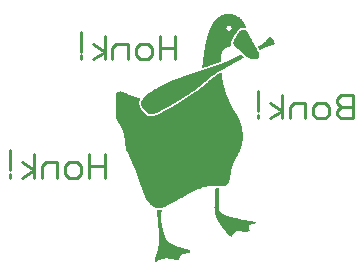
<source format=gbo>
G04*
G04 #@! TF.GenerationSoftware,Altium Limited,Altium Designer,22.3.1 (43)*
G04*
G04 Layer_Color=32896*
%FSLAX25Y25*%
%MOIN*%
G70*
G04*
G04 #@! TF.SameCoordinates,8ED6FF1A-C223-48F4-A418-E12A0B0AD757*
G04*
G04*
G04 #@! TF.FilePolarity,Positive*
G04*
G01*
G75*
%ADD13C,0.01000*%
G36*
X324656Y227172D02*
X324625Y227047D01*
X324484Y227031D01*
X324453Y227062D01*
X324422D01*
X324375Y227078D01*
X324406Y227203D01*
X324547Y227250D01*
X324656Y227172D01*
D02*
G37*
G36*
X326622Y225361D02*
X326607Y225346D01*
X326591Y225361D01*
X326607Y225377D01*
X326622Y225361D01*
D02*
G37*
G36*
X326529D02*
X326482Y225346D01*
X326451D01*
X326435Y225393D01*
X326482Y225408D01*
X326529Y225361D01*
D02*
G37*
G36*
X328230Y225377D02*
X328276Y225268D01*
X328198Y225159D01*
X327980Y225190D01*
X327964Y225205D01*
X327933Y225299D01*
X327964Y225361D01*
X328011Y225408D01*
X328230Y225377D01*
D02*
G37*
G36*
X329463Y223551D02*
X329431Y223458D01*
X329384Y223442D01*
X329338Y223489D01*
X329322Y223504D01*
X329306Y223551D01*
X329416Y223598D01*
X329463Y223551D01*
D02*
G37*
G36*
X336131Y224850D02*
X336645Y224800D01*
X336887Y224760D01*
X336988Y224739D01*
X337149Y224699D01*
X337371Y224618D01*
X337603Y224548D01*
X337744Y224507D01*
X337935Y224437D01*
X338500Y224155D01*
X338853Y223943D01*
X338994Y223862D01*
X339095Y223762D01*
X339135Y223741D01*
X339256Y223661D01*
X339296Y223640D01*
X339387Y223550D01*
X339397Y223519D01*
X339438Y223499D01*
X339498Y223439D01*
X339538Y223419D01*
X339800Y223157D01*
X339841Y223136D01*
X339911Y223066D01*
X339931Y223025D01*
X340093Y222864D01*
X340113Y222824D01*
X340153Y222784D01*
X340173Y222743D01*
X340264Y222632D01*
X340355Y222542D01*
X340375Y222501D01*
X340476Y222360D01*
X340496Y222320D01*
X340677Y222058D01*
X340839Y221755D01*
X340919Y221634D01*
X341000Y221433D01*
X341071Y221241D01*
X341171Y221019D01*
X341222Y220888D01*
X341282Y220646D01*
X341313Y220535D01*
X341353Y220435D01*
X341363Y220324D01*
X341272Y220213D01*
X341192Y220193D01*
X340869Y220213D01*
X340809Y220233D01*
X340083Y220213D01*
X340022Y220193D01*
X339861Y220173D01*
X339800Y220152D01*
X339669Y220102D01*
X339639Y220072D01*
X339216Y219850D01*
X339165Y219820D01*
X339145Y219779D01*
X339014Y219648D01*
X338974Y219628D01*
X338903Y219558D01*
X338883Y219517D01*
X338843Y219477D01*
X338823Y219437D01*
X338782Y219396D01*
X338762Y219356D01*
X338641Y219235D01*
X338621Y219195D01*
X338520Y219054D01*
X338460Y218953D01*
X338359Y218852D01*
X338339Y218812D01*
X338258Y218671D01*
X338218Y218630D01*
X338197Y218590D01*
X338097Y218489D01*
X338076Y218449D01*
X337905Y218197D01*
X337855Y218146D01*
X337835Y218106D01*
X337734Y217924D01*
X337593Y217743D01*
X337552Y217703D01*
X337532Y217662D01*
X337341Y217410D01*
X337250Y217259D01*
X337129Y217037D01*
X337089Y216997D01*
X337068Y216957D01*
X337008Y216896D01*
X336927Y216695D01*
X336726Y216271D01*
X336665Y216070D01*
X336584Y215787D01*
X336564Y215707D01*
X336544Y215565D01*
X336524Y215485D01*
X336504Y214779D01*
X336484Y214719D01*
X336454Y214588D01*
X336423Y214477D01*
X336322Y214295D01*
X336262Y214235D01*
X336242Y214194D01*
X336181Y214134D01*
X336161Y214094D01*
X336131Y214064D01*
X336090Y214043D01*
X335970Y213963D01*
X335788Y213862D01*
X335607Y213781D01*
X335526Y213761D01*
X335415Y213731D01*
X335314Y213711D01*
X334780Y213539D01*
X334468Y213428D01*
X334306Y213328D01*
X334236Y213277D01*
X334054Y213136D01*
X334004Y213066D01*
X333762Y212824D01*
X333711Y212692D01*
X333591Y212491D01*
X333510Y212370D01*
X333459Y212259D01*
X333439Y212178D01*
X333369Y211987D01*
X333328Y211886D01*
X333258Y211715D01*
X333238Y211634D01*
X333177Y211291D01*
X333157Y211210D01*
X333127Y210979D01*
X333097Y210706D01*
X333076Y210626D01*
X333056Y209517D01*
X333076Y209456D01*
X333056Y209073D01*
X332905Y208862D01*
X332865Y208841D01*
X332824Y208801D01*
X332623Y208720D01*
X332512Y208690D01*
X332431Y208670D01*
X332149Y208569D01*
X331947Y208489D01*
X331625Y208408D01*
X331403Y208327D01*
X331201Y208247D01*
X331090Y208196D01*
X330949Y208136D01*
X330818Y208106D01*
X330536Y208005D01*
X330455Y207985D01*
X330324Y207934D01*
X330183Y207894D01*
X330102Y207874D01*
X329820Y207793D01*
X329629Y207722D01*
X329427Y207642D01*
X329024Y207501D01*
X328923Y207460D01*
X328368Y207289D01*
X328167Y207228D01*
X328066Y207188D01*
X327844Y207087D01*
X327643Y207027D01*
X327502Y207007D01*
X327370Y206956D01*
X327300Y206906D01*
X327118Y206825D01*
X326957Y206845D01*
X326866Y206916D01*
X326826Y207077D01*
X326846Y207360D01*
X326866Y207420D01*
X326887Y207501D01*
X326947Y207985D01*
X326967Y208065D01*
X326997Y208479D01*
X327018Y208680D01*
X327038Y208902D01*
X327058Y209104D01*
X327078Y209285D01*
X327098Y209406D01*
X327129Y209517D01*
X327169Y209860D01*
X327189Y210001D01*
X327209Y210202D01*
X327229Y210344D01*
X327259Y210656D01*
X327280Y210838D01*
X327320Y211241D01*
X327340Y211362D01*
X327360Y211463D01*
X327401Y211704D01*
X327421Y211805D01*
X327461Y212047D01*
X327512Y212461D01*
X327532Y212541D01*
X327562Y212793D01*
X327592Y213066D01*
X327612Y213146D01*
X327643Y213378D01*
X327723Y213701D01*
X327743Y213801D01*
X327764Y213922D01*
X327784Y214084D01*
X327844Y214487D01*
X327864Y214588D01*
X327905Y214749D01*
X327925Y214850D01*
X327985Y215092D01*
X328026Y215293D01*
X328066Y215535D01*
X328086Y215717D01*
X328127Y215979D01*
X328147Y216059D01*
X328268Y216382D01*
X328328Y216624D01*
X328348Y216745D01*
X328368Y216846D01*
X328409Y217007D01*
X328520Y217279D01*
X328560Y217421D01*
X328600Y217582D01*
X328621Y217723D01*
X328641Y217804D01*
X328661Y217924D01*
X328822Y218267D01*
X328862Y218429D01*
X328893Y218560D01*
X328933Y218721D01*
X329024Y218913D01*
X329084Y219054D01*
X329114Y219164D01*
X329135Y219265D01*
X329235Y219548D01*
X329346Y219779D01*
X329387Y219880D01*
X329477Y220132D01*
X329578Y220294D01*
X329669Y220505D01*
X329719Y220636D01*
X329820Y220798D01*
X329911Y220949D01*
X329961Y221080D01*
X330002Y221181D01*
X330032Y221211D01*
X330052Y221251D01*
X330113Y221312D01*
X330133Y221352D01*
X330334Y221735D01*
X330415Y221816D01*
X330435Y221856D01*
X330566Y222048D01*
X330616Y222118D01*
X330677Y222179D01*
X330697Y222219D01*
X330778Y222360D01*
X330959Y222542D01*
X330979Y222582D01*
X331020Y222622D01*
X331040Y222663D01*
X331131Y222774D01*
X331342Y222985D01*
X331363Y223025D01*
X331494Y223157D01*
X331534Y223177D01*
X331695Y223338D01*
X331735Y223358D01*
X331917Y223540D01*
X331957Y223560D01*
X332038Y223640D01*
X332078Y223661D01*
X332219Y223762D01*
X332260Y223782D01*
X332361Y223882D01*
X332401Y223903D01*
X332582Y224003D01*
X332844Y224185D01*
X332925Y224225D01*
X332945D01*
X333046Y224266D01*
X333227Y224366D01*
X333449Y224467D01*
X333611Y224507D01*
X333812Y224568D01*
X333953Y224628D01*
X334054Y224669D01*
X334195Y224709D01*
X334357Y224749D01*
X334639Y224790D01*
X334982Y224830D01*
X335183Y224850D01*
X335627Y224870D01*
X336131Y224850D01*
D02*
G37*
G36*
X349559Y217088D02*
X349640Y217007D01*
X349821Y216906D01*
X349982Y216745D01*
X350023Y216725D01*
X350214Y216533D01*
X350234Y216493D01*
X350355Y216372D01*
X350436Y216231D01*
X350486Y216180D01*
X350527Y216160D01*
X350577Y216110D01*
X350658Y215929D01*
X350738Y215787D01*
X350799Y215727D01*
X350819Y215686D01*
X350900Y215505D01*
X350930Y215273D01*
X350940Y214941D01*
X350819Y214719D01*
X350769Y214668D01*
X350668Y214628D01*
X350527Y214567D01*
X350426Y214527D01*
X350083Y214366D01*
X349891Y214336D01*
X349882Y214326D01*
X349861D01*
X349629Y214295D01*
X349549Y214275D01*
X349448Y214235D01*
X349327Y214154D01*
X349095Y214084D01*
X348954Y214064D01*
X348873Y214043D01*
X348722Y214013D01*
X348621Y213973D01*
X348390Y213862D01*
X348188Y213801D01*
X348077Y213771D01*
X347976Y213731D01*
X347946Y213701D01*
X347906Y213680D01*
X347764Y213580D01*
X347543Y213519D01*
X347412Y213489D01*
X347311Y213449D01*
X347160Y213338D01*
X347028Y213287D01*
X346827Y213247D01*
X346746Y213227D01*
X346635Y213156D01*
X346555Y213075D01*
X346414Y213015D01*
X346182Y212965D01*
X346071Y212934D01*
X346020Y212924D01*
X345940Y212945D01*
X345839Y213045D01*
X345819Y213086D01*
X345778Y213126D01*
X345758Y213166D01*
X345657Y213267D01*
X345637Y213307D01*
X345577Y213449D01*
X345557Y213489D01*
X345466Y213600D01*
X345415Y213650D01*
X345375Y213811D01*
X345395Y213932D01*
X345486Y213983D01*
X345647Y214043D01*
X345758Y214134D01*
X345809Y214184D01*
X345849Y214205D01*
X345990Y214265D01*
X346172Y214366D01*
X346212Y214406D01*
X346252Y214426D01*
X346555Y214588D01*
X346645Y214678D01*
X346666Y214719D01*
X346696Y214749D01*
X346837Y214809D01*
X346938Y214870D01*
X347049Y214961D01*
X347079Y214991D01*
X347341Y215132D01*
X347563Y215354D01*
X347664Y215414D01*
X347694Y215445D01*
X347714Y215485D01*
X347845Y215616D01*
X347885Y215636D01*
X347926Y215676D01*
X347956Y215686D01*
X347976Y215727D01*
X348067Y215838D01*
X348238Y216009D01*
X348258Y216049D01*
X348349Y216180D01*
X348390Y216201D01*
X348520Y216332D01*
X348541Y216372D01*
X348641Y216533D01*
X348662Y216574D01*
X348762Y216674D01*
X348803Y216775D01*
X348893Y216947D01*
X348934Y216967D01*
X349045Y217057D01*
X349095Y217108D01*
X349135Y217128D01*
X349236Y217168D01*
X349377Y217189D01*
X349559Y217088D01*
D02*
G37*
G36*
X340970Y219588D02*
X341030Y219568D01*
X341111Y219548D01*
X341151Y219507D01*
X341192Y219487D01*
X341292Y219386D01*
X341393Y219326D01*
X341504Y219235D01*
X341615Y219124D01*
X341655Y219104D01*
X341686Y219074D01*
X341706Y219033D01*
X341786Y218892D01*
X341948Y218731D01*
X341988Y218590D01*
X342059Y218398D01*
X342109Y218328D01*
X342139Y218298D01*
X342179Y218277D01*
X342230Y218187D01*
X342270Y218045D01*
X342331Y217945D01*
X342492Y217783D01*
X342532Y217683D01*
X342563Y217551D01*
X342663Y217390D01*
X342714Y217340D01*
X342794Y217138D01*
X342845Y217007D01*
X342895Y216937D01*
X342926Y216906D01*
X342966Y216886D01*
X343016Y216795D01*
X343036Y216715D01*
X343067Y216604D01*
X343137Y216493D01*
X343208Y216422D01*
X343248Y216402D01*
X343319Y216332D01*
X343339Y216251D01*
X343359Y216110D01*
X343420Y215949D01*
X343561Y215727D01*
X343601Y215626D01*
X343702Y215445D01*
X343782Y215364D01*
X343964Y215021D01*
X344004Y214981D01*
X344024Y214941D01*
X344065Y214900D01*
X344105Y214799D01*
X344135Y214668D01*
X344176Y214567D01*
X344246Y214457D01*
X344347Y214356D01*
X344407Y214215D01*
X344428Y214134D01*
X344488Y214033D01*
X344538Y213983D01*
X344579Y213963D01*
X344649Y213892D01*
X344690Y213791D01*
X344710Y213711D01*
X344831Y213489D01*
X344891Y213428D01*
X344942Y213317D01*
X344952Y213307D01*
X345053Y213126D01*
X345153Y213025D01*
X345214Y212884D01*
X345234Y212803D01*
X345355Y212582D01*
X345436Y212461D01*
X345516Y212259D01*
X345547Y212108D01*
X345587Y212007D01*
X345678Y211856D01*
X345708Y211725D01*
X345728Y211624D01*
X345748Y211402D01*
X345758Y210888D01*
X345738Y210827D01*
X345718Y210565D01*
X345698Y210505D01*
X345617Y210364D01*
X345557Y210303D01*
X345536Y210223D01*
X345456Y210081D01*
X345406Y210031D01*
X345305Y209971D01*
X345184Y209850D01*
X345042Y209809D01*
X344962Y209789D01*
X344831Y209759D01*
X344750Y209739D01*
X344639Y209708D01*
X344498Y209688D01*
X343954Y209708D01*
X343893Y209729D01*
X343752Y209749D01*
X343671Y209769D01*
X343399Y209799D01*
X343198Y209840D01*
X343117Y209860D01*
X342956Y209961D01*
X342784Y210031D01*
X342613Y210061D01*
X342512Y210081D01*
X342371Y210162D01*
X342361Y210192D01*
X342321Y210212D01*
X342260Y210273D01*
X342119Y210333D01*
X341988Y210384D01*
X341917Y210434D01*
X341857Y210495D01*
X341817Y210515D01*
X341776Y210555D01*
X341665Y210585D01*
X341494Y210676D01*
X341353Y210817D01*
X341313Y210838D01*
X341171Y210938D01*
X341131Y210959D01*
X341101Y210989D01*
X341081Y211029D01*
X341010Y211100D01*
X340869Y211180D01*
X340819Y211210D01*
X340798Y211251D01*
X340708Y211362D01*
X340667Y211402D01*
X340627Y211422D01*
X340557Y211473D01*
X340536Y211513D01*
X340456Y211654D01*
X340294Y211815D01*
X340274Y211856D01*
X340163Y211967D01*
X340123Y211987D01*
X339921Y212188D01*
X339881Y212209D01*
X339821Y212269D01*
X339780Y212289D01*
X339700Y212410D01*
X339669Y212440D01*
X339659Y212471D01*
X339619Y212491D01*
X339508Y212582D01*
X339397Y212692D01*
X339175Y212813D01*
X339065Y212985D01*
X338893Y213055D01*
X338762Y213106D01*
X338732Y213136D01*
X338691Y213156D01*
X338631Y213217D01*
X338490Y213277D01*
X338379Y213307D01*
X338349Y213338D01*
X338308Y213358D01*
X338187Y213479D01*
X338147Y213499D01*
X338107Y213539D01*
X337925Y213640D01*
X337855Y213711D01*
X337794Y213811D01*
X337593Y214013D01*
X337573Y214053D01*
X337492Y214174D01*
X337472Y214215D01*
X337431Y214255D01*
X337411Y214295D01*
X337331Y214416D01*
X337290Y214578D01*
X337270Y214719D01*
X337240Y215011D01*
X337210Y215283D01*
X337230Y215424D01*
X337250Y215505D01*
X337270Y215828D01*
X337290Y215888D01*
X337310Y216049D01*
X337391Y216191D01*
X337441Y216241D01*
X337472Y216251D01*
X337492Y216291D01*
X337532Y216392D01*
X337552Y216473D01*
X337613Y216634D01*
X337703Y216745D01*
X337734Y216775D01*
X337754Y216816D01*
X337814Y216957D01*
X337915Y217138D01*
X337966Y217189D01*
X338006Y217209D01*
X338056Y217300D01*
X338076Y217340D01*
X338177Y217481D01*
X338278Y217582D01*
X338318Y217683D01*
X338399Y217824D01*
X338490Y217935D01*
X338530Y217955D01*
X338570Y217995D01*
X338601Y218005D01*
X338621Y218045D01*
X338661Y218086D01*
X338681Y218126D01*
X338772Y218237D01*
X338863Y218328D01*
X338944Y218549D01*
X339024Y218691D01*
X339125Y218832D01*
X339226Y219013D01*
X339256Y219043D01*
X339296Y219064D01*
X339448Y219154D01*
X339468Y219195D01*
X339538Y219265D01*
X339579Y219285D01*
X339841Y219427D01*
X339901Y219487D01*
X339942Y219507D01*
X340083Y219568D01*
X340284Y219588D01*
X340607Y219608D01*
X340970Y219588D01*
D02*
G37*
G36*
X344771Y197818D02*
X344787Y197802D01*
X344709Y197724D01*
X344647D01*
X344490Y197756D01*
X344475Y197802D01*
X344615Y197849D01*
X344771Y197818D01*
D02*
G37*
G36*
X372533Y191872D02*
Y191841D01*
X372486Y191825D01*
X372471Y191935D01*
X372518Y191950D01*
X372533Y191872D01*
D02*
G37*
G36*
X339911Y211231D02*
X340062Y211080D01*
X340103Y211059D01*
X340365Y210797D01*
X340405Y210777D01*
X340677Y210505D01*
X340718Y210404D01*
X340687Y210293D01*
X340607Y210172D01*
X340546Y210112D01*
X340506Y210091D01*
X340365Y210031D01*
X340234Y209981D01*
X340123Y209910D01*
X340062Y209850D01*
X339921Y209789D01*
X339841Y209769D01*
X339710Y209718D01*
X339679Y209688D01*
X339639Y209668D01*
X339558Y209588D01*
X339518Y209567D01*
X339377Y209507D01*
X339246Y209456D01*
X339135Y209386D01*
X339034Y209285D01*
X338893Y209225D01*
X338702Y209154D01*
X338671Y209124D01*
X338631Y209104D01*
X338490Y209003D01*
X338238Y208912D01*
X338117Y208831D01*
X338066Y208781D01*
X338026Y208761D01*
X337986Y208720D01*
X337885Y208680D01*
X337804Y208660D01*
X337663Y208579D01*
X337603Y208519D01*
X337562Y208499D01*
X337421Y208438D01*
X337230Y208368D01*
X337199Y208337D01*
X337159Y208317D01*
X337058Y208216D01*
X336958Y208176D01*
X336796Y208116D01*
X336655Y208015D01*
X336595Y207954D01*
X336554Y207934D01*
X336454Y207894D01*
X336262Y207823D01*
X336151Y207753D01*
X336111Y207712D01*
X336070Y207692D01*
X335687Y207491D01*
X335627Y207430D01*
X335587Y207410D01*
X335445Y207349D01*
X335314Y207299D01*
X335193Y207218D01*
X335123Y207148D01*
X334982Y207087D01*
X334901Y207067D01*
X334679Y206946D01*
X334639Y206906D01*
X334598Y206886D01*
X334296Y206724D01*
X334175Y206604D01*
X334074Y206563D01*
X333994Y206543D01*
X333802Y206472D01*
X333732Y206422D01*
X333671Y206362D01*
X333631Y206341D01*
X333490Y206281D01*
X333359Y206230D01*
X333248Y206160D01*
X333187Y206099D01*
X333147Y206079D01*
X333107Y206039D01*
X332976Y205989D01*
X332875Y205948D01*
X332754Y205868D01*
X332703Y205817D01*
X332663Y205797D01*
X332441Y205696D01*
X332340Y205636D01*
X332260Y205555D01*
X332078Y205474D01*
X331978Y205434D01*
X331836Y205353D01*
X331715Y205233D01*
X331615Y205192D01*
X331484Y205142D01*
X331363Y205061D01*
X331292Y204991D01*
X331252Y204970D01*
X331070Y204870D01*
X331000Y204799D01*
X330979Y204759D01*
X330909Y204688D01*
X330687Y204567D01*
X330657Y204537D01*
X330637Y204497D01*
X330606Y204466D01*
X330566Y204446D01*
X330284Y204285D01*
X330163Y204164D01*
X330123Y204144D01*
X329981Y204063D01*
X329941Y204023D01*
X329901Y204003D01*
X329800Y203902D01*
X329760Y203882D01*
X329649Y203791D01*
X329619Y203761D01*
X329588Y203750D01*
X329568Y203710D01*
X329538Y203680D01*
X329498Y203660D01*
X329457Y203620D01*
X329316Y203539D01*
X329276Y203499D01*
X329235Y203478D01*
X329094Y203337D01*
X329054Y203317D01*
X328994Y203257D01*
X328953Y203236D01*
X328883Y203166D01*
X328862Y203126D01*
X328792Y203055D01*
X328751Y203035D01*
X328610Y202934D01*
X328469Y202793D01*
X328368Y202732D01*
X328298Y202662D01*
X328278Y202622D01*
X328167Y202511D01*
X328127Y202490D01*
X328076Y202440D01*
X328056Y202400D01*
X328016Y202359D01*
X327995Y202319D01*
X327965Y202289D01*
X327784Y202188D01*
X327602Y202007D01*
X327562Y201986D01*
X327360Y201785D01*
X327320Y201765D01*
X327280Y201724D01*
X327239Y201704D01*
X327129Y201613D01*
X327098Y201583D01*
X327068Y201573D01*
X327058Y201543D01*
X327018Y201523D01*
X326937Y201442D01*
X326897Y201422D01*
X326786Y201331D01*
X326725Y201271D01*
X326705Y201230D01*
X326635Y201160D01*
X326594Y201139D01*
X326483Y201049D01*
X326332Y200898D01*
X326191Y200817D01*
X326090Y200676D01*
X326050Y200656D01*
X325909Y200575D01*
X325747Y200414D01*
X325566Y200333D01*
X325425Y200252D01*
X325374Y200202D01*
X325354Y200162D01*
X325223Y200091D01*
X325042Y199990D01*
X324921Y199869D01*
X324880Y199849D01*
X324769Y199758D01*
X324618Y199607D01*
X324578Y199587D01*
X324396Y199506D01*
X324356Y199486D01*
X324245Y199396D01*
X324155Y199305D01*
X324013Y199224D01*
X323892Y199103D01*
X323590Y198942D01*
X323479Y198851D01*
X323409Y198781D01*
X323277Y198730D01*
X323167Y198660D01*
X323056Y198569D01*
X323025Y198539D01*
X322763Y198398D01*
X322693Y198327D01*
X322673Y198287D01*
X322622Y198236D01*
X322521Y198196D01*
X322340Y198095D01*
X322259Y198014D01*
X322078Y197934D01*
X321896Y197833D01*
X321796Y197732D01*
X321614Y197652D01*
X321473Y197571D01*
X321332Y197430D01*
X321191Y197369D01*
X321090Y197309D01*
X321040Y197258D01*
X321029Y197228D01*
X320999Y197218D01*
X320989Y197188D01*
X320808Y197107D01*
X320767Y197087D01*
X320586Y196946D01*
X320546Y196906D01*
X320404Y196845D01*
X320223Y196744D01*
X320183Y196704D01*
X320142Y196684D01*
X320021Y196603D01*
X319961Y196583D01*
X319820Y196482D01*
X319739Y196401D01*
X319699Y196381D01*
X319437Y196240D01*
X319296Y196099D01*
X319195Y196059D01*
X319003Y195988D01*
X318933Y195938D01*
X318872Y195877D01*
X318832Y195857D01*
X318791Y195817D01*
X318660Y195766D01*
X318549Y195696D01*
X318439Y195605D01*
X318408Y195575D01*
X318368Y195555D01*
X318106Y195413D01*
X318066Y195373D01*
X318025Y195353D01*
X317985Y195313D01*
X317844Y195252D01*
X317683Y195192D01*
X317562Y195071D01*
X317521Y195051D01*
X317259Y194909D01*
X317118Y194768D01*
X316977Y194708D01*
X316866Y194678D01*
X316765Y194637D01*
X316695Y194587D01*
X316634Y194526D01*
X316594Y194506D01*
X316291Y194345D01*
X316180Y194254D01*
X315828Y194083D01*
X315747Y194002D01*
X315707Y193982D01*
X315666Y193942D01*
X315555Y193911D01*
X315394Y193851D01*
X315283Y193780D01*
X315142Y193679D01*
X315041Y193639D01*
X314860Y193538D01*
X314658Y193397D01*
X314527Y193347D01*
X314426Y193307D01*
X314255Y193175D01*
X314154Y193135D01*
X313963Y193065D01*
X313852Y192994D01*
X313751Y192893D01*
X313610Y192833D01*
X313479Y192803D01*
X313378Y192762D01*
X313348Y192732D01*
X313307Y192712D01*
X313267Y192671D01*
X313227Y192651D01*
X313186Y192611D01*
X312844Y192490D01*
X312763Y192409D01*
X312723Y192389D01*
X312501Y192288D01*
X312370Y192238D01*
X312249Y192157D01*
X312219Y192127D01*
X312178Y192107D01*
X311997Y192026D01*
X311916Y192006D01*
X311815Y191966D01*
X311775Y191946D01*
X311573Y191805D01*
X311432Y191764D01*
X311221Y191714D01*
X311120Y191673D01*
X310908Y191562D01*
X310807Y191522D01*
X310616Y191492D01*
X310434Y191472D01*
X310192Y191452D01*
X309910Y191431D01*
X309517Y191421D01*
X309456Y191442D01*
X309225Y191472D01*
X309103Y191492D01*
X309023Y191512D01*
X308922Y191552D01*
X308811Y191623D01*
X308690Y191704D01*
X308589Y191744D01*
X308408Y191845D01*
X308327Y191925D01*
X308287Y191946D01*
X308247Y191986D01*
X308206Y192006D01*
X308136Y192077D01*
X308116Y192117D01*
X307914Y192319D01*
X307894Y192359D01*
X307591Y192661D01*
X307571Y192702D01*
X307541Y192732D01*
X307501Y192752D01*
X307410Y192843D01*
X307390Y192883D01*
X307309Y193024D01*
X307218Y193135D01*
X307168Y193186D01*
X307067Y193367D01*
X306986Y193448D01*
X306966Y193488D01*
X306906Y193549D01*
X306835Y193740D01*
X306775Y193901D01*
X306724Y193952D01*
X306704Y193992D01*
X306644Y194093D01*
X306603Y194234D01*
X306553Y194546D01*
X306533Y194647D01*
X306492Y194748D01*
X306422Y194980D01*
X306442Y195444D01*
X306483Y195545D01*
X306503Y195625D01*
X306543Y195726D01*
X306573Y195857D01*
X306593Y195958D01*
X306613Y196079D01*
X306654Y196180D01*
X306734Y196260D01*
X306775Y196281D01*
X306926Y196553D01*
X306986Y196613D01*
X307007Y196653D01*
X307087Y196734D01*
X307107Y196774D01*
X307329Y196996D01*
X307349Y197037D01*
X307450Y197137D01*
X307470Y197178D01*
X307561Y197268D01*
X307601Y197289D01*
X307662Y197349D01*
X307702Y197369D01*
X307924Y197591D01*
X307964Y197611D01*
X308005Y197652D01*
X308045Y197672D01*
X308085Y197712D01*
X308116Y197722D01*
X308136Y197762D01*
X308166Y197793D01*
X308206Y197813D01*
X308247Y197853D01*
X308388Y197934D01*
X308549Y198095D01*
X308690Y198176D01*
X308831Y198317D01*
X308932Y198357D01*
X308942Y198367D01*
X309144Y198488D01*
X309194Y198539D01*
X309235Y198559D01*
X309315Y198639D01*
X309497Y198740D01*
X309547Y198791D01*
X309567Y198831D01*
X309718Y198922D01*
X309799Y198942D01*
X309991Y199073D01*
X310041Y199123D01*
X310081Y199144D01*
X310303Y199265D01*
X310424Y199385D01*
X310465Y199406D01*
X310767Y199567D01*
X310888Y199688D01*
X311089Y199768D01*
X311231Y199849D01*
X311372Y199950D01*
X311674Y200111D01*
X311775Y200212D01*
X311876Y200252D01*
X311987Y200283D01*
X312138Y200353D01*
X312219Y200434D01*
X312259Y200454D01*
X312440Y200535D01*
X312541Y200575D01*
X312642Y200636D01*
X312753Y200726D01*
X312884Y200797D01*
X313136Y200887D01*
X313247Y200998D01*
X313287Y201019D01*
X313428Y201079D01*
X313509Y201099D01*
X313701Y201170D01*
X313751Y201220D01*
X313791Y201240D01*
X313832Y201281D01*
X313963Y201331D01*
X314073Y201361D01*
X314205Y201412D01*
X314325Y201513D01*
X314376Y201563D01*
X314416Y201583D01*
X314517Y201623D01*
X314598Y201644D01*
X314729Y201694D01*
X314840Y201765D01*
X314880Y201805D01*
X314920Y201825D01*
X315021Y201865D01*
X315102Y201886D01*
X315243Y201906D01*
X315374Y201956D01*
X315495Y202037D01*
X315525Y202067D01*
X315666Y202128D01*
X315828Y202168D01*
X315928Y202208D01*
X316070Y202309D01*
X316170Y202369D01*
X316312Y202410D01*
X316392Y202430D01*
X316523Y202480D01*
X316896Y202652D01*
X316977Y202672D01*
X317118Y202712D01*
X317309Y202783D01*
X317340Y202813D01*
X317441Y202873D01*
X317582Y202934D01*
X317723Y202974D01*
X317854Y203005D01*
X317975Y203065D01*
X318096Y203146D01*
X318197Y203186D01*
X318307Y203216D01*
X318469Y203257D01*
X318580Y203287D01*
X318681Y203327D01*
X318892Y203438D01*
X319033Y203478D01*
X319114Y203499D01*
X319255Y203539D01*
X319679Y203741D01*
X319840Y203781D01*
X320031Y203811D01*
X320112Y203831D01*
X320404Y203982D01*
X320566Y204023D01*
X320697Y204053D01*
X320777Y204073D01*
X320878Y204114D01*
X320949Y204144D01*
X321090Y204224D01*
X321191Y204265D01*
X321332Y204305D01*
X321412Y204325D01*
X321544Y204355D01*
X321644Y204396D01*
X321856Y204507D01*
X321997Y204547D01*
X322078Y204567D01*
X322410Y204638D01*
X322511Y204678D01*
X322804Y204809D01*
X322884Y204829D01*
X323015Y204859D01*
X323177Y204900D01*
X323277Y204940D01*
X323308Y204970D01*
X323530Y205071D01*
X323691Y205112D01*
X323832Y205132D01*
X323913Y205152D01*
X324044Y205202D01*
X324074Y205233D01*
X324114Y205253D01*
X324296Y205333D01*
X324427Y205363D01*
X324548Y205384D01*
X324749Y205424D01*
X324911Y205485D01*
X325082Y205575D01*
X325284Y205636D01*
X325364Y205656D01*
X325505Y205676D01*
X325667Y205716D01*
X325848Y205817D01*
X326030Y205898D01*
X326201Y205928D01*
X326322Y205948D01*
X326423Y205968D01*
X326503Y205989D01*
X326604Y206029D01*
X326796Y206140D01*
X326876Y206160D01*
X327018Y206180D01*
X327149Y206210D01*
X327229Y206230D01*
X327542Y206402D01*
X327673Y206432D01*
X327874Y206472D01*
X328036Y206513D01*
X328197Y206573D01*
X328227Y206604D01*
X328268Y206624D01*
X328409Y206684D01*
X328489Y206704D01*
X328631Y206724D01*
X328711Y206745D01*
X328842Y206775D01*
X329044Y206856D01*
X329074Y206886D01*
X329175Y206926D01*
X329377Y206987D01*
X329538Y207027D01*
X329669Y207077D01*
X329830Y207178D01*
X329921Y207208D01*
X330062Y207249D01*
X330203Y207269D01*
X330284Y207289D01*
X330415Y207319D01*
X330576Y207380D01*
X330808Y207491D01*
X330969Y207531D01*
X331181Y207581D01*
X331282Y207622D01*
X331494Y207733D01*
X331594Y207773D01*
X331756Y207813D01*
X331897Y207833D01*
X332119Y207914D01*
X332381Y208035D01*
X332461Y208055D01*
X332592Y208085D01*
X332673Y208106D01*
X332774Y208146D01*
X332945Y208237D01*
X333086Y208297D01*
X333369Y208378D01*
X333449Y208398D01*
X333570Y208418D01*
X333711Y208499D01*
X333933Y208599D01*
X334014Y208620D01*
X334145Y208670D01*
X334246Y208710D01*
X334417Y208801D01*
X334518Y208841D01*
X334679Y208882D01*
X334871Y208952D01*
X334992Y209033D01*
X335143Y209124D01*
X335264Y209144D01*
X335324Y209164D01*
X335455Y209214D01*
X335526Y209265D01*
X335637Y209356D01*
X335748Y209406D01*
X335879Y209436D01*
X335960Y209456D01*
X336060Y209497D01*
X336090Y209527D01*
X336131Y209547D01*
X336171Y209588D01*
X336211Y209608D01*
X336252Y209648D01*
X336333Y209668D01*
X336393Y209688D01*
X336554Y209749D01*
X336746Y209880D01*
X336857Y209930D01*
X336968Y209961D01*
X337048Y209981D01*
X337149Y210021D01*
X337179Y210051D01*
X337220Y210071D01*
X337260Y210112D01*
X337300Y210132D01*
X337441Y210192D01*
X337693Y210283D01*
X337804Y210354D01*
X337865Y210414D01*
X337966Y210454D01*
X338218Y210545D01*
X338329Y210616D01*
X338379Y210686D01*
X338490Y210737D01*
X338570Y210757D01*
X338702Y210787D01*
X338802Y210827D01*
X338964Y210928D01*
X339074Y210979D01*
X339216Y211019D01*
X339347Y211069D01*
X339448Y211110D01*
X339568Y211190D01*
X339700Y211261D01*
X339780Y211281D01*
X339911Y211231D01*
D02*
G37*
G36*
X333147Y205333D02*
X333258Y205222D01*
X333278Y205142D01*
X333298Y204759D01*
X333318Y204678D01*
X333348Y204507D01*
X333369Y204386D01*
X333409Y204123D01*
X333439Y203851D01*
X333459Y203589D01*
X333480Y203509D01*
X333500Y203267D01*
X333520Y203206D01*
X333550Y203075D01*
X333570Y202994D01*
X333600Y202884D01*
X333621Y202803D01*
X333661Y202561D01*
X333681Y202480D01*
X333721Y202138D01*
X333742Y201996D01*
X333762Y201916D01*
X333792Y201805D01*
X333812Y201724D01*
X333842Y201613D01*
X333873Y201482D01*
X333933Y201240D01*
X333953Y201139D01*
X333974Y201059D01*
X333994Y200938D01*
X334014Y200857D01*
X334034Y200757D01*
X334054Y200676D01*
X334135Y200454D01*
X334155Y200373D01*
X334185Y200283D01*
X334246Y200041D01*
X334316Y199708D01*
X334377Y199547D01*
X334427Y199416D01*
X334468Y199275D01*
X334528Y199033D01*
X334558Y198901D01*
X334578Y198821D01*
X334659Y198599D01*
X334699Y198498D01*
X334861Y198035D01*
X335012Y197702D01*
X335052Y197561D01*
X335083Y197450D01*
X335143Y197289D01*
X335254Y197057D01*
X335294Y196956D01*
X335345Y196825D01*
X335405Y196664D01*
X335597Y196250D01*
X335627Y196139D01*
X335667Y196038D01*
X335718Y195988D01*
X335738Y195948D01*
X335818Y195827D01*
X335849Y195716D01*
X335929Y195494D01*
X335960Y195464D01*
X335980Y195424D01*
X336060Y195303D01*
X336181Y195020D01*
X336262Y194879D01*
X336363Y194718D01*
X336413Y194587D01*
X336454Y194486D01*
X336544Y194315D01*
X336584Y194274D01*
X336766Y193932D01*
X336867Y193790D01*
X336947Y193609D01*
X337089Y193347D01*
X337149Y193286D01*
X337169Y193246D01*
X337331Y192944D01*
X337512Y192682D01*
X337593Y192540D01*
X337633Y192500D01*
X337653Y192460D01*
X337693Y192419D01*
X337774Y192238D01*
X337895Y192016D01*
X337976Y191936D01*
X338137Y191633D01*
X338177Y191593D01*
X338197Y191552D01*
X338278Y191411D01*
X338318Y191311D01*
X338399Y191169D01*
X338460Y191109D01*
X338480Y191069D01*
X338702Y190645D01*
X338742Y190605D01*
X338823Y190423D01*
X338863Y190323D01*
X338964Y190141D01*
X339044Y190020D01*
X339074Y189909D01*
X339155Y189687D01*
X339185Y189617D01*
X339327Y189314D01*
X339347Y189234D01*
X339387Y189093D01*
X339427Y188992D01*
X339548Y188710D01*
X339589Y188568D01*
X339609Y188488D01*
X339639Y188357D01*
X339659Y188276D01*
X339780Y187953D01*
X339831Y187822D01*
X339891Y187480D01*
X339911Y187399D01*
X339962Y187187D01*
X340012Y187016D01*
X340052Y186875D01*
X340083Y186744D01*
X340103Y186623D01*
X340123Y186522D01*
X340214Y185826D01*
X340234Y185685D01*
X340254Y185484D01*
X340315Y185060D01*
X340335Y184798D01*
X340355Y184355D01*
X340335Y183165D01*
X340315Y183105D01*
X340284Y182852D01*
X340254Y182580D01*
X340234Y182500D01*
X340204Y182268D01*
X340143Y181905D01*
X340103Y181643D01*
X340062Y181482D01*
X340012Y181310D01*
X339972Y181169D01*
X339952Y181088D01*
X339921Y180957D01*
X339901Y180856D01*
X339841Y180614D01*
X339760Y180393D01*
X339710Y180262D01*
X339669Y180161D01*
X339629Y180020D01*
X339589Y179919D01*
X339558Y179808D01*
X339387Y179435D01*
X339347Y179334D01*
X339276Y179143D01*
X339145Y178891D01*
X339054Y178639D01*
X338954Y178477D01*
X338863Y178326D01*
X338792Y178135D01*
X338691Y177973D01*
X338641Y177903D01*
X338439Y177520D01*
X338399Y177479D01*
X338379Y177439D01*
X338339Y177399D01*
X338318Y177318D01*
X338157Y177015D01*
X338117Y176975D01*
X338097Y176935D01*
X338036Y176834D01*
X337966Y176643D01*
X337935Y176612D01*
X337915Y176572D01*
X337814Y176431D01*
X337754Y176290D01*
X337714Y176189D01*
X337613Y176007D01*
X337532Y175886D01*
X337492Y175786D01*
X337351Y175523D01*
X337210Y175221D01*
X337159Y175090D01*
X337119Y174989D01*
X337068Y174899D01*
X336988Y174717D01*
X336968Y174636D01*
X336796Y174142D01*
X336756Y174042D01*
X336685Y173810D01*
X336665Y173729D01*
X336635Y173558D01*
X336615Y173457D01*
X336595Y173376D01*
X336574Y173275D01*
X336554Y173195D01*
X336524Y173084D01*
X336484Y172923D01*
X336443Y172681D01*
X336403Y172277D01*
X336383Y172136D01*
X336363Y171935D01*
X336333Y171602D01*
X336292Y171360D01*
X336211Y170836D01*
X336191Y170735D01*
X336161Y170463D01*
X336141Y170382D01*
X336111Y170150D01*
X336070Y169949D01*
X336030Y169787D01*
X336000Y169676D01*
X335899Y169354D01*
X335859Y169213D01*
X335788Y169021D01*
X335707Y168900D01*
X335617Y168749D01*
X335496Y168527D01*
X335455Y168487D01*
X335435Y168447D01*
X335334Y168346D01*
X335314Y168306D01*
X335254Y168245D01*
X335234Y168205D01*
X335163Y168134D01*
X335123Y168114D01*
X335022Y168013D01*
X334982Y167993D01*
X334881Y167892D01*
X334840Y167872D01*
X334800Y167832D01*
X334256Y167570D01*
X333772Y167449D01*
X333429Y167408D01*
X333288Y167388D01*
X333086Y167368D01*
X332945Y167348D01*
X332492Y167338D01*
X332250Y167358D01*
X332088Y167378D01*
X331816Y167408D01*
X331735Y167428D01*
X331111Y167449D01*
X330909Y167469D01*
X329467Y167479D01*
X329185Y167459D01*
X328923Y167438D01*
X328721Y167418D01*
X328479Y167378D01*
X328399Y167358D01*
X328298Y167338D01*
X328137Y167297D01*
X328016Y167277D01*
X327753Y167237D01*
X327552Y167197D01*
X327471Y167176D01*
X327310Y167116D01*
X327199Y167066D01*
X327058Y167025D01*
X326897Y166985D01*
X326685Y166935D01*
X326524Y166874D01*
X326292Y166763D01*
X325919Y166632D01*
X325818Y166592D01*
X325606Y166501D01*
X325445Y166461D01*
X325304Y166420D01*
X325173Y166370D01*
X325052Y166289D01*
X324840Y166199D01*
X324618Y166118D01*
X324457Y166017D01*
X324316Y165957D01*
X324215Y165916D01*
X324024Y165846D01*
X323903Y165765D01*
X323751Y165674D01*
X323671Y165654D01*
X323409Y165513D01*
X323288Y165432D01*
X323156Y165382D01*
X323036Y165322D01*
X322925Y165251D01*
X322804Y165170D01*
X322663Y165110D01*
X322532Y165059D01*
X322421Y164989D01*
X322300Y164908D01*
X321997Y164747D01*
X321856Y164646D01*
X321755Y164606D01*
X321493Y164465D01*
X321372Y164384D01*
X321150Y164283D01*
X321110Y164263D01*
X320908Y164122D01*
X320727Y164041D01*
X320465Y163900D01*
X319961Y163638D01*
X319840Y163557D01*
X319618Y163456D01*
X319578Y163436D01*
X319437Y163356D01*
X319316Y163275D01*
X318973Y163094D01*
X318469Y162831D01*
X318348Y162751D01*
X318005Y162569D01*
X317844Y162469D01*
X317703Y162408D01*
X317481Y162287D01*
X317441Y162247D01*
X317219Y162146D01*
X317118Y162106D01*
X317078Y162085D01*
X317037Y162045D01*
X316997Y162025D01*
X316957Y161985D01*
X316695Y161864D01*
X316473Y161743D01*
X316412Y161682D01*
X316211Y161602D01*
X315989Y161481D01*
X315868Y161400D01*
X315767Y161360D01*
X315545Y161239D01*
X315424Y161158D01*
X315082Y160977D01*
X315041Y160936D01*
X315001Y160916D01*
X314779Y160815D01*
X314578Y160735D01*
X314416Y160634D01*
X314275Y160573D01*
X314073Y160493D01*
X313942Y160442D01*
X313912Y160412D01*
X313690Y160311D01*
X313610Y160291D01*
X313469Y160271D01*
X313388Y160251D01*
X313257Y160221D01*
X313096Y160180D01*
X312985Y160150D01*
X312823Y160110D01*
X312682Y160089D01*
X312602Y160069D01*
X312269Y160059D01*
X312027Y160079D01*
X311664Y160120D01*
X311543Y160140D01*
X311462Y160160D01*
X311331Y160210D01*
X310958Y160342D01*
X310646Y160513D01*
X310545Y160553D01*
X310404Y160634D01*
X310293Y160724D01*
X310263Y160755D01*
X310081Y160856D01*
X309920Y161017D01*
X309880Y161037D01*
X309769Y161128D01*
X309618Y161279D01*
X309577Y161299D01*
X309507Y161370D01*
X309487Y161410D01*
X309245Y161652D01*
X309225Y161692D01*
X309184Y161733D01*
X309164Y161773D01*
X309043Y161894D01*
X309023Y161934D01*
X308962Y161995D01*
X308882Y162136D01*
X308791Y162247D01*
X308761Y162277D01*
X308599Y162579D01*
X308539Y162640D01*
X308519Y162680D01*
X308418Y162821D01*
X308337Y162962D01*
X308237Y163104D01*
X308216Y163144D01*
X308156Y163285D01*
X307995Y163588D01*
X307894Y163809D01*
X307843Y163940D01*
X307722Y164142D01*
X307611Y164394D01*
X307581Y164505D01*
X307460Y164707D01*
X307410Y164818D01*
X307349Y165019D01*
X307329Y165100D01*
X307259Y165291D01*
X307208Y165402D01*
X307148Y165543D01*
X307107Y165644D01*
X307067Y165785D01*
X307027Y165886D01*
X306926Y166108D01*
X306825Y166430D01*
X306805Y166511D01*
X306765Y166652D01*
X306714Y166783D01*
X306624Y166995D01*
X306543Y167277D01*
X306472Y167469D01*
X306362Y167681D01*
X306311Y167812D01*
X306291Y167912D01*
X306230Y168154D01*
X306150Y168356D01*
X306099Y168467D01*
X306059Y168568D01*
X306029Y168699D01*
X305968Y168941D01*
X305908Y169102D01*
X305857Y169213D01*
X305807Y169344D01*
X305787Y169424D01*
X305757Y169535D01*
X305626Y169908D01*
X305575Y170019D01*
X305535Y170120D01*
X305454Y170443D01*
X305424Y170554D01*
X305404Y170634D01*
X305253Y170967D01*
X305192Y171168D01*
X305081Y171481D01*
X305011Y171652D01*
X304970Y171753D01*
X304940Y171864D01*
X304920Y171945D01*
X304859Y172106D01*
X304779Y172308D01*
X304708Y172479D01*
X304627Y172741D01*
X304577Y172872D01*
X304476Y173094D01*
X304396Y173296D01*
X304376Y173376D01*
X304325Y173507D01*
X304154Y173860D01*
X304144Y173870D01*
X304113Y173981D01*
X304033Y174203D01*
X303902Y174455D01*
X303821Y174657D01*
X303559Y175201D01*
X303519Y175302D01*
X303499Y175342D01*
X303398Y175523D01*
X303317Y175705D01*
X303277Y175806D01*
X303135Y176068D01*
X302974Y176411D01*
X302894Y176552D01*
X302752Y176854D01*
X302631Y177076D01*
X302571Y177177D01*
X302510Y177318D01*
X302440Y177509D01*
X302410Y177540D01*
X302248Y177883D01*
X302027Y178346D01*
X301966Y178548D01*
X301916Y178679D01*
X301875Y178780D01*
X301764Y179032D01*
X301704Y179233D01*
X301573Y179606D01*
X301482Y179899D01*
X301442Y180060D01*
X301412Y180191D01*
X301392Y180292D01*
X301331Y180534D01*
X301301Y180645D01*
X301260Y180806D01*
X301240Y180947D01*
X301220Y181028D01*
X301139Y181693D01*
X301119Y181774D01*
X301089Y182086D01*
X301069Y182248D01*
X301029Y182490D01*
X301008Y182651D01*
X300988Y182772D01*
X300968Y182953D01*
X300918Y183367D01*
X300898Y183447D01*
X300867Y183800D01*
X300847Y183901D01*
X300827Y184022D01*
X300807Y184123D01*
X300766Y184365D01*
X300746Y184445D01*
X300726Y184546D01*
X300706Y184627D01*
X300645Y184929D01*
X300605Y185171D01*
X300575Y185282D01*
X300484Y185534D01*
X300444Y185635D01*
X300373Y185867D01*
X300283Y186119D01*
X300111Y186451D01*
X300061Y186583D01*
X300021Y186683D01*
X299900Y186885D01*
X299789Y187137D01*
X299688Y187318D01*
X299587Y187460D01*
X299446Y187722D01*
X299345Y187863D01*
X299264Y188044D01*
X299184Y188185D01*
X299143Y188226D01*
X299123Y188266D01*
X299083Y188306D01*
X298881Y188689D01*
X298841Y188730D01*
X298821Y188770D01*
X298619Y189153D01*
X298539Y189274D01*
X298498Y189375D01*
X298408Y189627D01*
X298377Y189698D01*
X298236Y190000D01*
X298206Y190131D01*
X298186Y190212D01*
X298105Y190433D01*
X298055Y190565D01*
X298014Y190706D01*
X297994Y190786D01*
X297974Y190988D01*
X297954Y191069D01*
X297934Y191573D01*
X297914Y192621D01*
X297934Y197863D01*
X297954Y197924D01*
X297974Y198125D01*
X298014Y198226D01*
X298095Y198367D01*
X298196Y198508D01*
X298256Y198609D01*
X298367Y198720D01*
X298408Y198740D01*
X298448Y198781D01*
X298488Y198801D01*
X298529Y198841D01*
X298569Y198861D01*
X298710Y198922D01*
X298881Y198952D01*
X299063Y198972D01*
X299637Y198982D01*
X299698Y198962D01*
X299970Y198932D01*
X300071Y198912D01*
X300151Y198891D01*
X300434Y198791D01*
X300666Y198720D01*
X300746Y198700D01*
X300998Y198609D01*
X301170Y198519D01*
X301311Y198458D01*
X301442Y198408D01*
X301603Y198347D01*
X301896Y198196D01*
X302097Y198115D01*
X302480Y197934D01*
X302581Y197893D01*
X302773Y197823D01*
X303005Y197712D01*
X303146Y197652D01*
X303307Y197611D01*
X303559Y197520D01*
X303851Y197389D01*
X304013Y197349D01*
X304144Y197319D01*
X304224Y197299D01*
X304325Y197258D01*
X304557Y197147D01*
X304960Y197047D01*
X305212Y196956D01*
X305343Y196906D01*
X305484Y196865D01*
X305565Y196845D01*
X305878Y196795D01*
X305958Y196774D01*
X306029Y196744D01*
X306119Y196674D01*
X306160Y196532D01*
X306140Y196351D01*
X306039Y196190D01*
X306019Y196109D01*
X305999Y196049D01*
X305878Y195625D01*
X305857Y195545D01*
X305837Y195161D01*
X305857Y195020D01*
X305878Y194718D01*
X305898Y194657D01*
X305928Y194526D01*
X305958Y194415D01*
X305989Y194284D01*
X306009Y194204D01*
X306039Y194093D01*
X306089Y193962D01*
X306281Y193549D01*
X306402Y193327D01*
X306462Y193266D01*
X306483Y193226D01*
X306624Y192964D01*
X306765Y192782D01*
X306845Y192661D01*
X306906Y192561D01*
X307027Y192440D01*
X307047Y192399D01*
X307107Y192339D01*
X307128Y192298D01*
X307309Y192117D01*
X307329Y192077D01*
X307420Y191966D01*
X307662Y191724D01*
X307702Y191704D01*
X307864Y191542D01*
X307904Y191522D01*
X307984Y191442D01*
X308025Y191421D01*
X308136Y191331D01*
X308166Y191300D01*
X308206Y191280D01*
X308247Y191240D01*
X308831Y190958D01*
X308973Y190917D01*
X309053Y190897D01*
X309295Y190857D01*
X309376Y190837D01*
X309638Y190816D01*
X310283Y190837D01*
X310344Y190857D01*
X310555Y190887D01*
X310676Y190907D01*
X310757Y190927D01*
X310858Y190948D01*
X310968Y190978D01*
X311271Y191099D01*
X311533Y191179D01*
X311725Y191250D01*
X312057Y191421D01*
X312259Y191502D01*
X312440Y191603D01*
X312743Y191744D01*
X313005Y191885D01*
X313549Y192167D01*
X313852Y192308D01*
X313892Y192329D01*
X314033Y192429D01*
X314537Y192692D01*
X314961Y192913D01*
X315082Y192994D01*
X315223Y193054D01*
X315444Y193175D01*
X315485Y193216D01*
X315525Y193236D01*
X315908Y193438D01*
X315949Y193478D01*
X315989Y193498D01*
X316412Y193720D01*
X316553Y193821D01*
X316594Y193841D01*
X316815Y193962D01*
X316957Y194063D01*
X317138Y194143D01*
X317320Y194244D01*
X317360Y194284D01*
X317400Y194305D01*
X317521Y194385D01*
X317703Y194486D01*
X317904Y194627D01*
X318247Y194809D01*
X318287Y194849D01*
X318328Y194869D01*
X318590Y195010D01*
X318701Y195101D01*
X318953Y195252D01*
X319134Y195353D01*
X319215Y195434D01*
X319558Y195615D01*
X319598Y195655D01*
X319638Y195676D01*
X319799Y195776D01*
X319941Y195857D01*
X320001Y195918D01*
X320041Y195938D01*
X320163Y196018D01*
X320384Y196139D01*
X320566Y196260D01*
X320788Y196381D01*
X321050Y196563D01*
X321191Y196643D01*
X321302Y196734D01*
X321332Y196764D01*
X321634Y196926D01*
X321836Y197067D01*
X321876Y197087D01*
X322017Y197168D01*
X322058Y197208D01*
X322098Y197228D01*
X322179Y197309D01*
X322481Y197470D01*
X322562Y197551D01*
X322824Y197692D01*
X322935Y197783D01*
X323056Y197863D01*
X323227Y197974D01*
X323338Y198065D01*
X323459Y198145D01*
X323691Y198276D01*
X323802Y198367D01*
X323832Y198398D01*
X324013Y198498D01*
X324054Y198539D01*
X324094Y198559D01*
X324175Y198639D01*
X324215Y198660D01*
X324336Y198740D01*
X324376Y198760D01*
X324487Y198851D01*
X324639Y198962D01*
X324820Y199063D01*
X324931Y199154D01*
X324961Y199184D01*
X325001Y199204D01*
X325122Y199285D01*
X325163Y199305D01*
X325445Y199506D01*
X325485Y199527D01*
X325626Y199627D01*
X325667Y199668D01*
X325707Y199688D01*
X325747Y199728D01*
X325788Y199748D01*
X325969Y199890D01*
X326030Y199950D01*
X326070Y199970D01*
X326110Y200010D01*
X326151Y200031D01*
X326211Y200091D01*
X326251Y200111D01*
X326312Y200172D01*
X326352Y200192D01*
X326453Y200293D01*
X326493Y200313D01*
X326675Y200454D01*
X326816Y200595D01*
X326856Y200615D01*
X327038Y200797D01*
X327078Y200817D01*
X327249Y200948D01*
X327270Y200988D01*
X327360Y201079D01*
X327401Y201099D01*
X327512Y201190D01*
X327643Y201321D01*
X327683Y201341D01*
X327723Y201381D01*
X327764Y201402D01*
X327874Y201492D01*
X327945Y201543D01*
X328026Y201623D01*
X328066Y201644D01*
X328106Y201684D01*
X328147Y201704D01*
X328187Y201744D01*
X328227Y201765D01*
X328409Y201946D01*
X328449Y201966D01*
X328691Y202208D01*
X328731Y202228D01*
X328772Y202269D01*
X328812Y202289D01*
X328862Y202339D01*
X328883Y202379D01*
X328933Y202430D01*
X328973Y202450D01*
X329155Y202591D01*
X329195Y202631D01*
X329235Y202652D01*
X329296Y202712D01*
X329336Y202732D01*
X329447Y202843D01*
X329467Y202884D01*
X329518Y202934D01*
X329558Y202954D01*
X329598Y202994D01*
X329639Y203015D01*
X329679Y203055D01*
X329719Y203075D01*
X329860Y203216D01*
X329901Y203236D01*
X330082Y203378D01*
X330123Y203418D01*
X330163Y203438D01*
X330284Y203559D01*
X330324Y203579D01*
X330435Y203670D01*
X330465Y203700D01*
X330506Y203720D01*
X330546Y203761D01*
X330727Y203861D01*
X330838Y203952D01*
X330909Y204003D01*
X331312Y204285D01*
X331352Y204305D01*
X331534Y204406D01*
X331635Y204507D01*
X331675Y204527D01*
X331715Y204567D01*
X331897Y204648D01*
X332038Y204728D01*
X332099Y204789D01*
X332139Y204809D01*
X332199Y204870D01*
X332381Y204970D01*
X332522Y205071D01*
X332663Y205132D01*
X332885Y205253D01*
X332945Y205313D01*
X332986Y205333D01*
X333046Y205353D01*
X333147Y205333D01*
D02*
G37*
G36*
X329026Y163658D02*
Y163627D01*
X329010Y163580D01*
X328932Y163595D01*
X328963Y163720D01*
X329010Y163736D01*
X329026Y163658D01*
D02*
G37*
G36*
X358426Y162909D02*
X358410Y162768D01*
X358364Y162784D01*
Y162815D01*
Y162846D01*
X358379Y162924D01*
X358426Y162909D01*
D02*
G37*
G36*
X331675Y166682D02*
X332401Y166662D01*
X332532Y166592D01*
X332572Y166430D01*
X332552Y166370D01*
X332562Y165634D01*
X332542Y165392D01*
X332522Y165231D01*
X332502Y165029D01*
X332461Y164787D01*
X332441Y164707D01*
X332421Y164586D01*
X332401Y164485D01*
X332381Y164323D01*
X332361Y164122D01*
X332340Y163840D01*
X332320Y163356D01*
X332310Y163164D01*
X332330Y163104D01*
X332310Y163043D01*
X332290Y160724D01*
X332310Y160281D01*
X332340Y160029D01*
X332361Y159928D01*
X332401Y159827D01*
X332431Y159797D01*
X332451Y159757D01*
X332532Y159636D01*
X332592Y159293D01*
X332683Y159182D01*
X332794Y159091D01*
X332834Y159051D01*
X332915Y158910D01*
X332965Y158860D01*
X333006Y158839D01*
X333097Y158769D01*
X333177Y158628D01*
X333207Y158597D01*
X333248Y158577D01*
X333379Y158446D01*
X333399Y158406D01*
X333470Y158335D01*
X333570Y158295D01*
X333711Y158214D01*
X333812Y158114D01*
X333913Y158073D01*
X333994Y158053D01*
X334105Y158023D01*
X334215Y157952D01*
X334246Y157922D01*
X334306Y157821D01*
X334336Y157791D01*
X334478Y157771D01*
X334558Y157751D01*
X334679Y157730D01*
X334820Y157650D01*
X334921Y157589D01*
X335002Y157569D01*
X335143Y157549D01*
X335274Y157519D01*
X335375Y157499D01*
X335455Y157478D01*
X335617Y157418D01*
X335647Y157388D01*
X335869Y157287D01*
X335949Y157267D01*
X336090Y157247D01*
X336171Y157226D01*
X336403Y157196D01*
X336504Y157176D01*
X336605Y157136D01*
X336635Y157105D01*
X336816Y157025D01*
X336897Y157005D01*
X337038Y156984D01*
X337119Y156964D01*
X337310Y156934D01*
X337593Y156833D01*
X337724Y156783D01*
X337865Y156743D01*
X338187Y156722D01*
X338268Y156702D01*
X338540Y156672D01*
X338661Y156652D01*
X338762Y156612D01*
X339054Y156480D01*
X339135Y156460D01*
X339417Y156420D01*
X339649Y156369D01*
X339810Y156329D01*
X339911Y156289D01*
X340083Y156238D01*
X340163Y156218D01*
X340304Y156198D01*
X340718Y156168D01*
X340919Y156148D01*
X341181Y156128D01*
X341423Y156087D01*
X341655Y155976D01*
X341766Y155946D01*
X341867Y155926D01*
X342049Y155906D01*
X342431Y155886D01*
X342673Y155866D01*
X342915Y155825D01*
X343480Y155684D01*
X343601Y155664D01*
X343762Y155644D01*
X344125Y155623D01*
X344246Y155603D01*
X344347Y155563D01*
X344468Y155482D01*
X344498Y155452D01*
X344538Y155432D01*
X344609Y155361D01*
X344619Y155271D01*
X344589Y155200D01*
X344538Y155150D01*
X344498Y155130D01*
X344357Y155029D01*
X344256Y154988D01*
X344125Y154958D01*
X343853Y154928D01*
X343772Y154908D01*
X343641Y154857D01*
X343530Y154807D01*
X343329Y154746D01*
X343248Y154726D01*
X342936Y154676D01*
X342835Y154636D01*
X342744Y154565D01*
X342704Y154545D01*
X342512Y154353D01*
X342431Y154212D01*
X342341Y154101D01*
X342290Y153970D01*
X342311Y153567D01*
X342401Y153456D01*
X342431Y153426D01*
X342492Y153285D01*
X342512Y153204D01*
X342532Y153063D01*
X342552Y152861D01*
X342613Y152720D01*
X342633Y152639D01*
X342552Y152498D01*
X342442Y152387D01*
X342301Y152347D01*
X342149Y152317D01*
X341877Y152287D01*
X341313Y152267D01*
X340062Y152287D01*
X340002Y152307D01*
X339185Y152337D01*
X338802Y152357D01*
X338470Y152367D01*
X338409Y152347D01*
X338238Y152317D01*
X338117Y152297D01*
X338016Y152277D01*
X337935Y152256D01*
X337835Y152216D01*
X337754Y152136D01*
X337734Y152095D01*
X337703Y152065D01*
X337663Y152045D01*
X337452Y151914D01*
X337431Y151873D01*
X337331Y151732D01*
X337230Y151631D01*
X337169Y151490D01*
X337139Y151299D01*
X337099Y151198D01*
X337018Y151117D01*
X336978Y151097D01*
X336907Y151026D01*
X336887Y150885D01*
X336867Y150724D01*
X336776Y150613D01*
X336625Y150603D01*
X336504Y150623D01*
X336423Y150644D01*
X336292Y150694D01*
X336272D01*
X336090Y150875D01*
X336050Y150896D01*
X335859Y151026D01*
X335828Y151057D01*
X335788Y151077D01*
X335748Y151117D01*
X335707Y151137D01*
X335637Y151208D01*
X335617Y151248D01*
X335526Y151359D01*
X335455Y151430D01*
X335435Y151470D01*
X335375Y151531D01*
X335355Y151571D01*
X335224Y151702D01*
X335183Y151722D01*
X334891Y152015D01*
X334770Y152236D01*
X334699Y152307D01*
X334659Y152327D01*
X334629Y152357D01*
X334609Y152398D01*
X334568Y152438D01*
X334558Y152468D01*
X334518Y152488D01*
X334478Y152529D01*
X334377Y152589D01*
X334286Y152740D01*
X334266Y152781D01*
X334125Y152922D01*
X334004Y153144D01*
X333913Y153254D01*
X333873Y153275D01*
X333842Y153305D01*
X333822Y153345D01*
X333762Y153446D01*
X333742Y153486D01*
X333631Y153597D01*
X333591Y153617D01*
X333439Y153869D01*
X333318Y153990D01*
X333278Y154091D01*
X333248Y154202D01*
X333218Y154232D01*
X333197Y154273D01*
X333147Y154323D01*
X333107Y154343D01*
X333066Y154384D01*
X333026Y154404D01*
X332955Y154535D01*
X332895Y154636D01*
X332824Y154706D01*
X332794Y154716D01*
X332734Y154857D01*
X332703Y154968D01*
X332633Y155079D01*
X332471Y155240D01*
X332350Y155462D01*
X332209Y155603D01*
X332179Y155734D01*
X332129Y155866D01*
X332068Y155966D01*
X331947Y156087D01*
X331917Y156218D01*
X331897Y156339D01*
X331796Y156501D01*
X331685Y156612D01*
X331645Y156712D01*
X331625Y156853D01*
X331605Y156934D01*
X331574Y157045D01*
X331473Y157206D01*
X331383Y157418D01*
X331352Y157730D01*
X331332Y157831D01*
X331282Y157962D01*
X331181Y158104D01*
X331141Y158245D01*
X331121Y158325D01*
X331070Y159263D01*
X331050Y159444D01*
X330949Y159847D01*
X330929Y159968D01*
X330909Y160150D01*
X330899Y160543D01*
X330919Y160604D01*
X330939Y161350D01*
X330959Y161430D01*
X330979Y161591D01*
X331000Y161652D01*
X331040Y161995D01*
X331070Y162206D01*
X331090Y163154D01*
X331111Y164243D01*
X331131Y164626D01*
X331151Y164868D01*
X331161Y165422D01*
X331141Y165483D01*
X331131Y165836D01*
X331151Y166501D01*
X331181Y166572D01*
X331211Y166602D01*
X331352Y166662D01*
X331433Y166682D01*
X331615Y166703D01*
X331675Y166682D01*
D02*
G37*
G36*
X311977Y159404D02*
X312360Y159384D01*
X312420Y159404D01*
X313196Y159414D01*
X313227Y159384D01*
X313267Y159364D01*
X313297Y159273D01*
X313277Y159152D01*
X313257Y159091D01*
X313217Y158930D01*
X313196Y158729D01*
X313176Y158104D01*
X313146Y157771D01*
X313126Y157529D01*
X313116Y157358D01*
X313136Y157297D01*
X313166Y156662D01*
X313186Y155997D01*
X313207Y155533D01*
X313227Y155291D01*
X313247Y155170D01*
X313267Y155069D01*
X313328Y154908D01*
X313358Y154837D01*
X313398Y154736D01*
X313438Y154595D01*
X313459Y154454D01*
X313479Y154192D01*
X313499Y153628D01*
X313580Y153486D01*
X313620Y153446D01*
X313701Y153264D01*
X313721Y153123D01*
X313741Y153043D01*
X313771Y152529D01*
X313811Y152287D01*
X313852Y152186D01*
X313882Y152156D01*
X313902Y152115D01*
X313942Y152015D01*
X313983Y151853D01*
X314013Y151541D01*
X314033Y151440D01*
X314063Y151369D01*
X314184Y151248D01*
X314245Y151107D01*
X314275Y150896D01*
X314315Y150674D01*
X314346Y150603D01*
X314487Y150462D01*
X314527Y150321D01*
X314557Y150190D01*
X314598Y150089D01*
X314618Y150049D01*
X314658Y150029D01*
X314769Y149938D01*
X314809Y149837D01*
X314840Y149726D01*
X314890Y149655D01*
X314961Y149605D01*
X315051Y149514D01*
X315162Y149283D01*
X315172Y149272D01*
X315223Y149222D01*
X315364Y149141D01*
X315606Y148899D01*
X315646Y148879D01*
X315828Y148698D01*
X315868Y148678D01*
X316090Y148557D01*
X316191Y148456D01*
X316231Y148436D01*
X316453Y148315D01*
X316523Y148244D01*
X316543Y148204D01*
X316574Y148174D01*
X316614Y148153D01*
X316755Y148093D01*
X316947Y148022D01*
X317057Y147952D01*
X317279Y147851D01*
X317410Y147821D01*
X317582Y147730D01*
X317683Y147629D01*
X317783Y147589D01*
X317864Y147569D01*
X318146Y147528D01*
X318328Y147428D01*
X318408Y147347D01*
X318549Y147307D01*
X318630Y147286D01*
X318862Y147236D01*
X318943Y147216D01*
X319215Y147105D01*
X319356Y147065D01*
X319497Y147045D01*
X319699Y147024D01*
X319779Y147004D01*
X319900Y146984D01*
X320041Y146903D01*
X320082Y146863D01*
X320183Y146823D01*
X320324Y146782D01*
X320404Y146762D01*
X320596Y146732D01*
X320697Y146712D01*
X320777Y146692D01*
X320908Y146641D01*
X321009Y146601D01*
X321211Y146540D01*
X321453Y146500D01*
X321533Y146480D01*
X321705Y146450D01*
X321866Y146389D01*
X321987Y146309D01*
X322098Y146258D01*
X322179Y146238D01*
X322320Y146198D01*
X322400Y146177D01*
X322542Y146097D01*
X322642Y145996D01*
X322864Y145875D01*
X322915Y145764D01*
X322894Y145643D01*
X322804Y145532D01*
X322693Y145442D01*
X322582Y145331D01*
X322441Y145290D01*
X322269Y145260D01*
X322108Y145200D01*
X322078Y145169D01*
X322038Y145149D01*
X321856Y145069D01*
X321725Y145038D01*
X321604Y145018D01*
X321332Y144988D01*
X321070Y144968D01*
X321009Y144948D01*
X320818Y144877D01*
X320707Y144827D01*
X320465Y144766D01*
X320253Y144716D01*
X320152Y144676D01*
X320122Y144645D01*
X320082Y144625D01*
X320001Y144544D01*
X319961Y144524D01*
X319840Y144444D01*
X319799Y144423D01*
X319689Y144313D01*
X319669Y144272D01*
X319578Y144182D01*
X319537Y144161D01*
X319426Y144071D01*
X319386Y143970D01*
X319346Y143808D01*
X319265Y143667D01*
X319185Y143587D01*
X319144Y143486D01*
X319104Y143224D01*
X319003Y143083D01*
X318943Y143042D01*
X318922Y143002D01*
X318791Y142831D01*
X318590Y142770D01*
X318388Y142790D01*
X318328Y142810D01*
X318096Y142841D01*
X317975Y142861D01*
X317874Y142881D01*
X317713Y142941D01*
X317501Y143052D01*
X317360Y143093D01*
X317047Y143123D01*
X316926Y143143D01*
X316604Y143184D01*
X316483Y143204D01*
X316211Y143234D01*
X315959Y143264D01*
X315717Y143304D01*
X315555Y143325D01*
X315132Y143345D01*
X314941Y143355D01*
X314880Y143335D01*
X314537Y143315D01*
X314477Y143294D01*
X314305Y143264D01*
X314205Y143244D01*
X314084Y143224D01*
X313529Y143153D01*
X313449Y143133D01*
X313196Y143103D01*
X313116Y143083D01*
X313015Y143042D01*
X312944Y142992D01*
X312904Y142952D01*
X312763Y142891D01*
X312521Y142831D01*
X312410Y142800D01*
X312309Y142760D01*
X312259Y142710D01*
X312219Y142690D01*
X312118Y142629D01*
X311926Y142558D01*
X311805Y142458D01*
X311735Y142387D01*
X311694Y142367D01*
X311513Y142286D01*
X311432Y142266D01*
X311311Y142286D01*
X311221Y142357D01*
X311200Y142498D01*
X311180Y142780D01*
X311200Y142841D01*
X311221Y143687D01*
X311241Y143748D01*
X311261Y143829D01*
X311422Y144171D01*
X311462Y144454D01*
X311493Y144766D01*
X311513Y144847D01*
X311614Y145008D01*
X311644Y145038D01*
X311684Y145139D01*
X311704Y145220D01*
X311735Y145411D01*
X311775Y145633D01*
X311876Y145794D01*
X311967Y146006D01*
X311997Y146218D01*
X312077Y146742D01*
X312098Y146843D01*
X312128Y146954D01*
X312188Y147155D01*
X312209Y147236D01*
X312229Y147438D01*
X312249Y147700D01*
X312269Y148264D01*
X312289Y148587D01*
X312309Y148647D01*
X312330Y149232D01*
X312350Y149293D01*
X312370Y149434D01*
X312390Y149998D01*
X312370Y151329D01*
X312350Y151390D01*
X312330Y151772D01*
X312309Y152337D01*
X312279Y152771D01*
X312259Y153154D01*
X312239Y154081D01*
X312219Y154343D01*
X312198Y154505D01*
X312178Y154605D01*
X312128Y154777D01*
X312087Y155059D01*
X312057Y155371D01*
X312037Y155654D01*
X312017Y156057D01*
X311997Y156601D01*
X311977Y156823D01*
X311957Y157025D01*
X311926Y157216D01*
X311886Y157317D01*
X311825Y157458D01*
X311765Y157660D01*
X311745Y157922D01*
X311684Y159071D01*
X311664Y159132D01*
X311684Y159333D01*
X311755Y159404D01*
X311896Y159424D01*
X311977Y159404D01*
D02*
G37*
%LPC*%
G36*
X335788Y220919D02*
X335566Y220898D01*
X335183Y220697D01*
X335092Y220606D01*
X334992Y220425D01*
X334901Y220233D01*
X334891Y220223D01*
X334881Y219971D01*
X334911Y219800D01*
X335113Y219416D01*
X335163Y219366D01*
X335203Y219346D01*
X335244Y219306D01*
X335284Y219285D01*
X335546Y219164D01*
X335687Y219144D01*
X335929Y219164D01*
X336191Y219306D01*
X336403Y219457D01*
X336423Y219497D01*
X336463Y219537D01*
X336544Y219679D01*
X336625Y219860D01*
X336605Y220263D01*
X336474Y220455D01*
X336443Y220485D01*
X336423Y220525D01*
X336333Y220636D01*
X336272Y220697D01*
X336232Y220717D01*
X335889Y220878D01*
X335788Y220919D01*
D02*
G37*
%LPD*%
D13*
X317898Y217533D02*
Y209661D01*
Y213597D01*
X312650D01*
Y217533D01*
Y209661D01*
X308714D02*
X306090D01*
X304779Y210973D01*
Y213597D01*
X306090Y214909D01*
X308714D01*
X310026Y213597D01*
Y210973D01*
X308714Y209661D01*
X302155D02*
Y214909D01*
X298219D01*
X296907Y213597D01*
Y209661D01*
X294283D02*
Y217533D01*
Y212285D02*
X290348Y214909D01*
X294283Y212285D02*
X290348Y209661D01*
X286412Y212285D02*
Y218845D01*
Y210973D02*
Y209661D01*
X294276Y178163D02*
Y170291D01*
Y174227D01*
X289028D01*
Y178163D01*
Y170291D01*
X285092D02*
X282468D01*
X281156Y171603D01*
Y174227D01*
X282468Y175539D01*
X285092D01*
X286404Y174227D01*
Y171603D01*
X285092Y170291D01*
X278533D02*
Y175539D01*
X274597D01*
X273285Y174227D01*
Y170291D01*
X270661D02*
Y178163D01*
Y172915D02*
X266725Y175539D01*
X270661Y172915D02*
X266725Y170291D01*
X262790Y172915D02*
Y179475D01*
Y171603D02*
Y170291D01*
X376953Y197848D02*
Y189976D01*
X373017D01*
X371705Y191288D01*
Y192600D01*
X373017Y193912D01*
X376953D01*
X373017D01*
X371705Y195224D01*
Y196536D01*
X373017Y197848D01*
X376953D01*
X367769Y189976D02*
X365145D01*
X363834Y191288D01*
Y193912D01*
X365145Y195224D01*
X367769D01*
X369081Y193912D01*
Y191288D01*
X367769Y189976D01*
X361210D02*
Y195224D01*
X357274D01*
X355962Y193912D01*
Y189976D01*
X353338D02*
Y197848D01*
Y192600D02*
X349403Y195224D01*
X353338Y192600D02*
X349403Y189976D01*
X345467Y192600D02*
Y199160D01*
Y191288D02*
Y189976D01*
M02*

</source>
